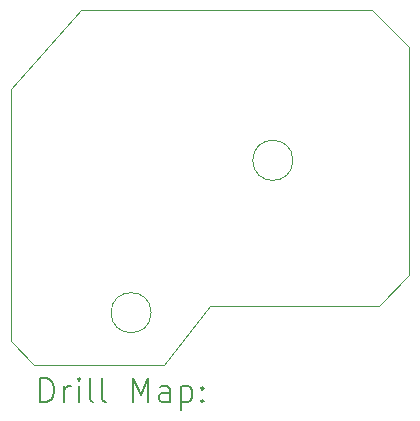
<source format=gbr>
%TF.GenerationSoftware,KiCad,Pcbnew,(6.0.7)*%
%TF.CreationDate,2022-11-20T15:50:45-05:00*%
%TF.ProjectId,CANBurner,43414e42-7572-46e6-9572-2e6b69636164,2.0*%
%TF.SameCoordinates,Original*%
%TF.FileFunction,Drillmap*%
%TF.FilePolarity,Positive*%
%FSLAX45Y45*%
G04 Gerber Fmt 4.5, Leading zero omitted, Abs format (unit mm)*
G04 Created by KiCad (PCBNEW (6.0.7)) date 2022-11-20 15:50:45*
%MOMM*%
%LPD*%
G01*
G04 APERTURE LIST*
%ADD10C,0.100000*%
%ADD11C,0.200000*%
G04 APERTURE END LIST*
D10*
X9497500Y-2013000D02*
X9812000Y-2327500D01*
X7627500Y-4573000D02*
G75*
G03*
X7627500Y-4573000I-170000J0D01*
G01*
X9812000Y-2327500D02*
X9812500Y-4258000D01*
X6637500Y-5013000D02*
X7737500Y-5013000D01*
X9812500Y-4258000D02*
X9557500Y-4513000D01*
X8827500Y-3283000D02*
G75*
G03*
X8827500Y-3283000I-170000J0D01*
G01*
X9557500Y-4513000D02*
X8127500Y-4513000D01*
X6437500Y-4813000D02*
X6437500Y-2683000D01*
X6437500Y-2683000D02*
X7037500Y-2013000D01*
X6637500Y-5013000D02*
X6437500Y-4813000D01*
X7037500Y-2013000D02*
X9497500Y-2013000D01*
X8127500Y-4513000D02*
X7737500Y-5013000D01*
D11*
X6690119Y-5328476D02*
X6690119Y-5128476D01*
X6737738Y-5128476D01*
X6766309Y-5138000D01*
X6785357Y-5157048D01*
X6794881Y-5176095D01*
X6804405Y-5214190D01*
X6804405Y-5242762D01*
X6794881Y-5280857D01*
X6785357Y-5299905D01*
X6766309Y-5318952D01*
X6737738Y-5328476D01*
X6690119Y-5328476D01*
X6890119Y-5328476D02*
X6890119Y-5195143D01*
X6890119Y-5233238D02*
X6899643Y-5214190D01*
X6909167Y-5204667D01*
X6928214Y-5195143D01*
X6947262Y-5195143D01*
X7013928Y-5328476D02*
X7013928Y-5195143D01*
X7013928Y-5128476D02*
X7004405Y-5138000D01*
X7013928Y-5147524D01*
X7023452Y-5138000D01*
X7013928Y-5128476D01*
X7013928Y-5147524D01*
X7137738Y-5328476D02*
X7118690Y-5318952D01*
X7109167Y-5299905D01*
X7109167Y-5128476D01*
X7242500Y-5328476D02*
X7223452Y-5318952D01*
X7213928Y-5299905D01*
X7213928Y-5128476D01*
X7471071Y-5328476D02*
X7471071Y-5128476D01*
X7537738Y-5271333D01*
X7604405Y-5128476D01*
X7604405Y-5328476D01*
X7785357Y-5328476D02*
X7785357Y-5223714D01*
X7775833Y-5204667D01*
X7756786Y-5195143D01*
X7718690Y-5195143D01*
X7699643Y-5204667D01*
X7785357Y-5318952D02*
X7766309Y-5328476D01*
X7718690Y-5328476D01*
X7699643Y-5318952D01*
X7690119Y-5299905D01*
X7690119Y-5280857D01*
X7699643Y-5261810D01*
X7718690Y-5252286D01*
X7766309Y-5252286D01*
X7785357Y-5242762D01*
X7880595Y-5195143D02*
X7880595Y-5395143D01*
X7880595Y-5204667D02*
X7899643Y-5195143D01*
X7937738Y-5195143D01*
X7956786Y-5204667D01*
X7966309Y-5214190D01*
X7975833Y-5233238D01*
X7975833Y-5290381D01*
X7966309Y-5309429D01*
X7956786Y-5318952D01*
X7937738Y-5328476D01*
X7899643Y-5328476D01*
X7880595Y-5318952D01*
X8061548Y-5309429D02*
X8071071Y-5318952D01*
X8061548Y-5328476D01*
X8052024Y-5318952D01*
X8061548Y-5309429D01*
X8061548Y-5328476D01*
X8061548Y-5204667D02*
X8071071Y-5214190D01*
X8061548Y-5223714D01*
X8052024Y-5214190D01*
X8061548Y-5204667D01*
X8061548Y-5223714D01*
M02*

</source>
